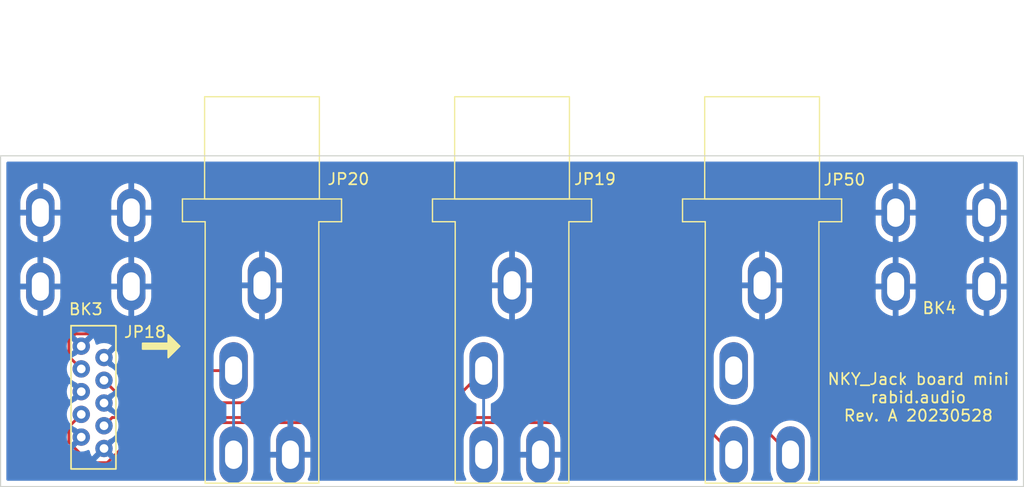
<source format=kicad_pcb>
(kicad_pcb (version 20211014) (generator pcbnew)
  (layers (0 "F.Cu" signal) (31 "B.Cu" signal) (34 "B.Paste" user) (35 "F.Paste" user) (36 "B.SilkS" user "B.Silkscreen") (37 "F.SilkS" user "F.Silkscreen") (38 "B.Mask" user) (39 "F.Mask" user) (44 "Edge.Cuts" user))
  (net 0 "")
  (net 1 "GND")
  (net 2 "Net-(JP18-Pad8)")
  (net 3 "Net-(JP20-PadT)")
  (net 4 "Net-(JP19-PadT)")
  (net 5 "Net-(JP50-PadT)")
  (footprint "components:screw-mount" (layer "F.Cu") (at 128.75 55)
    (fp_text reference "BK4" (at 3.85 8.4 unlocked) (layer "F.SilkS"))
    (fp_text value "ScrewMount")
    (pad "1" thru_hole oval locked (at 0 0) (size 2.5 4.2) (drill oval 1.5 2.5) (layers *.Cu *.Mask) (net 1 "GND"))
    (pad "1" thru_hole oval locked (at 8 6.5) (size 2.5 4.2) (drill oval 1.5 2.5) (layers *.Cu *.Mask) (net 1 "GND"))
    (pad "1" thru_hole oval locked (at 0 6.5) (size 2.5 4.2) (drill oval 1.5 2.5) (layers *.Cu *.Mask) (net 1 "GND"))
    (pad "1" thru_hole oval locked (at 8 0) (size 2.5 4.2) (drill oval 1.5 2.5) (layers *.Cu *.Mask) (net 1 "GND"))
  )
  (footprint "components:Jack 6.35mm PJ603" (layer "F.Cu") (at 117 66.5 -90)
    (fp_text reference "JP50" (at -14.4 -7.25) (layer "F.SilkS"))
    (fp_text value "HEADPHONES")
    (fp_line (start -12.7 7) (end -12.7 -7) (layer "F.SilkS") (width 0.12))
    (fp_line (start -12.7 7) (end -10.7 7) (layer "F.SilkS") (width 0.12))
    (fp_line (start 12.3 -5) (end 12.3 5) (layer "F.SilkS") (width 0.12))
    (fp_line (start -10.7 7) (end -10.7 5) (layer "F.SilkS") (width 0.12))
    (fp_line (start 12.3 5) (end -10.7 5) (layer "F.SilkS") (width 0.12))
    (fp_line (start -12.7 -7) (end -10.7 -7) (layer "F.SilkS") (width 0.12))
    (fp_line (start -10.7 -5) (end 12.3 -5) (layer "F.SilkS") (width 0.12))
    (fp_line (start -10.7 -7) (end -10.7 -5) (layer "F.SilkS") (width 0.12))
    (fp_rect (start -12.7 -5.05) (end -21.7 5.05) (layer "F.SilkS") (width 0.12) (fill none))
    (pad "G" thru_hole oval locked (at -5.1 0 270) (size 5 2.5) (drill oval 2.5 1.5) (layers *.Cu *.Mask) (net 1 "GND"))
    (pad "S" thru_hole oval locked (at 9.8 -2.5 270) (size 5 2.5) (drill oval 2.5 1.5) (layers *.Cu *.Mask) (net 2 "Net-(JP18-Pad8)"))
    (pad "T" thru_hole oval locked (at 9.8 2.5 270) (size 5 2.5) (drill oval 2.5 1.5) (layers *.Cu *.Mask) (net 5 "Net-(JP50-PadT)"))
    (pad "TN" thru_hole oval locked (at 2.4 2.5 270) (size 5 2.5) (drill oval 2.5 1.5) (layers *.Cu *.Mask))
  )
  (footprint "components:screw-mount" (layer "F.Cu") (at 53.5 55)
    (fp_text reference "BK3" (at 4 8.5 unlocked) (layer "F.SilkS"))
    (fp_text value "ScrewMount")
    (pad "1" thru_hole oval locked (at 8 6.5) (size 2.5 4.2) (drill oval 1.5 2.5) (layers *.Cu *.Mask) (net 1 "GND"))
    (pad "1" thru_hole oval locked (at 8 0) (size 2.5 4.2) (drill oval 1.5 2.5) (layers *.Cu *.Mask) (net 1 "GND"))
    (pad "1" thru_hole oval locked (at 0 6.5) (size 2.5 4.2) (drill oval 1.5 2.5) (layers *.Cu *.Mask) (net 1 "GND"))
    (pad "1" thru_hole oval locked (at 0 0) (size 2.5 4.2) (drill oval 1.5 2.5) (layers *.Cu *.Mask) (net 1 "GND"))
  )
  (footprint "components:Jack 6.35mm PJ603" (layer "F.Cu") (at 73 66.5 -90)
    (fp_text reference "JP20" (at -14.45 -7.6) (layer "F.SilkS"))
    (fp_text value "OUT1")
    (fp_line (start 12.3 -5) (end 12.3 5) (layer "F.SilkS") (width 0.12))
    (fp_line (start -10.7 -7) (end -10.7 -5) (layer "F.SilkS") (width 0.12))
    (fp_line (start -10.7 7) (end -10.7 5) (layer "F.SilkS") (width 0.12))
    (fp_line (start -12.7 7) (end -10.7 7) (layer "F.SilkS") (width 0.12))
    (fp_line (start -12.7 -7) (end -10.7 -7) (layer "F.SilkS") (width 0.12))
    (fp_line (start 12.3 5) (end -10.7 5) (layer "F.SilkS") (width 0.12))
    (fp_line (start -12.7 7) (end -12.7 -7) (layer "F.SilkS") (width 0.12))
    (fp_line (start -10.7 -5) (end 12.3 -5) (layer "F.SilkS") (width 0.12))
    (fp_rect (start -12.7 -5.05) (end -21.7 5.05) (layer "F.SilkS") (width 0.12) (fill none))
    (pad "G" thru_hole oval locked (at -5.1 0 270) (size 5 2.5) (drill oval 2.5 1.5) (layers *.Cu *.Mask) (net 1 "GND"))
    (pad "S" thru_hole oval locked (at 9.8 -2.5 270) (size 5 2.5) (drill oval 2.5 1.5) (layers *.Cu *.Mask) (net 1 "GND"))
    (pad "T" thru_hole oval locked (at 9.8 2.5 270) (size 5 2.5) (drill oval 2.5 1.5) (layers *.Cu *.Mask) (net 3 "Net-(JP20-PadT)"))
    (pad "TN" thru_hole oval locked (at 2.4 2.5 270) (size 5 2.5) (drill oval 2.5 1.5) (layers *.Cu *.Mask) (net 3 "Net-(JP20-PadT)"))
  )
  (footprint "components:HLW10S-2C7LF" (layer "F.Cu") (at 57.1 66.75)
    (fp_text reference "JP18" (at 5.6 -1.25 unlocked) (layer "F.SilkS"))
    (fp_text value "Conn_01x10")
    (pad "1" thru_hole circle (at 0 0) (size 1.524 1.524) (drill 0.762) (layers *.Cu *.Mask) (net 1 "GND"))
    (pad "2" thru_hole circle (at 2 1) (size 1.524 1.524) (drill 0.762) (layers *.Cu *.Mask) (net 1 "GND"))
    (pad "3" thru_hole circle (at 0 2) (size 1.524 1.524) (drill 0.762) (layers *.Cu *.Mask) (net 3 "Net-(JP20-PadT)"))
    (pad "4" thru_hole circle (at 2 3) (size 1.524 1.524) (drill 0.762) (layers *.Cu *.Mask) (net 4 "Net-(JP19-PadT)"))
    (pad "5" thru_hole circle (at 0 4) (size 1.524 1.524) (drill 0.762) (layers *.Cu *.Mask) (net 1 "GND"))
    (pad "6" thru_hole circle (at 2 5) (size 1.524 1.524) (drill 0.762) (layers *.Cu *.Mask) (net 1 "GND"))
    (pad "7" thru_hole circle (at 0 6) (size 1.524 1.524) (drill 0.762) (layers *.Cu *.Mask) (net 5 "Net-(JP50-PadT)"))
    (pad "8" thru_hole circle (at 2 7) (size 1.524 1.524) (drill 0.762) (layers *.Cu *.Mask) (net 2 "Net-(JP18-Pad8)"))
    (pad "9" thru_hole circle (at 0 8) (size 1.524 1.524) (drill 0.762) (layers *.Cu *.Mask) (net 1 "GND"))
    (pad "10" thru_hole circle (at 2 9) (size 1.524 1.524) (drill 0.762) (layers *.Cu *.Mask) (net 1 "GND"))
  )
  (footprint "components:Jack 6.35mm PJ603" (layer "F.Cu") (at 95 66.5 -90)
    (fp_text reference "JP19" (at -14.45 -7.3) (layer "F.SilkS"))
    (fp_text value "OUT2")
    (fp_line (start -10.7 -5) (end 12.3 -5) (layer "F.SilkS") (width 0.12))
    (fp_line (start -12.7 7) (end -10.7 7) (layer "F.SilkS") (width 0.12))
    (fp_line (start -12.7 -7) (end -10.7 -7) (layer "F.SilkS") (width 0.12))
    (fp_line (start 12.3 5) (end -10.7 5) (layer "F.SilkS") (width 0.12))
    (fp_line (start 12.3 -5) (end 12.3 5) (layer "F.SilkS") (width 0.12))
    (fp_line (start -10.7 7) (end -10.7 5) (layer "F.SilkS") (width 0.12))
    (fp_line (start -12.7 7) (end -12.7 -7) (layer "F.SilkS") (width 0.12))
    (fp_line (start -10.7 -7) (end -10.7 -5) (layer "F.SilkS") (width 0.12))
    (fp_rect (start -12.7 -5.05) (end -21.7 5.05) (layer "F.SilkS") (width 0.12) (fill none))
    (pad "G" thru_hole oval locked (at -5.1 0 270) (size 5 2.5) (drill oval 2.5 1.5) (layers *.Cu *.Mask) (net 1 "GND"))
    (pad "S" thru_hole oval locked (at 9.8 -2.5 270) (size 5 2.5) (drill oval 2.5 1.5) (layers *.Cu *.Mask) (net 1 "GND"))
    (pad "T" thru_hole oval locked (at 9.8 2.5 270) (size 5 2.5) (drill oval 2.5 1.5) (layers *.Cu *.Mask) (net 4 "Net-(JP19-PadT)"))
    (pad "TN" thru_hole oval locked (at 2.4 2.5 270) (size 5 2.5) (drill oval 2.5 1.5) (layers *.Cu *.Mask) (net 4 "Net-(JP19-PadT)"))
  )
  (gr_rect (start 60.15 64.95) (end 56.2 77.55) (layer "F.SilkS") (width 0.15) (fill none))
  (gr_poly (pts (xy 65.75 66.75) (xy 64.75 67.75) (xy 64.75 67) (xy 62.5 67) (xy 62.5 66.5) (xy 64.75 66.5) (xy 64.75 65.75)) (layer "F.SilkS") (width 0.15) (fill solid))
  (gr_rect (start 50 50) (end 140 79.1) (layer "Edge.Cuts") (width 0.1) (fill none))
  (gr_text "NKY_Jack board mini\nrabid.audio\nRev. A 20230528" (at 130.75 71.25) (layer "F.SilkS") (effects (font (size 1 1))))
  (segment (start 59.825 73.025) (end 59.1 73.75) (width 0.25) (layer "F.Cu") (net 2))
  (segment (start 116.225 73.025) (end 59.825 73.025) (width 0.25) (layer "F.Cu") (net 2))
  (segment (start 119.5 76.3) (end 116.225 73.025) (width 0.25) (layer "F.Cu") (net 2))
  (segment (start 60.163 65.663) (end 63.4 68.9) (width 0.25) (layer "F.Cu") (net 3))
  (segment (start 56.013 67.663) (end 56.013 66.237) (width 0.25) (layer "F.Cu") (net 3))
  (segment (start 57.1 68.75) (end 56.013 67.663) (width 0.25) (layer "F.Cu") (net 3))
  (segment (start 56.013 66.237) (end 56.587 65.663) (width 0.25) (layer "F.Cu") (net 3))
  (segment (start 56.587 65.663) (end 60.163 65.663) (width 0.25) (layer "F.Cu") (net 3))
  (segment (start 63.4 68.9) (end 70.5 68.9) (width 0.25) (layer "F.Cu") (net 3))
  (segment (start 70.5 68.9) (end 70.5 76.3) (width 0.25) (layer "B.Cu") (net 3))
  (segment (start 89.675 71.725) (end 92.5 68.9) (width 0.25) (layer "F.Cu") (net 4))
  (segment (start 59.1 69.75) (end 61.075 71.725) (width 0.25) (layer "F.Cu") (net 4))
  (segment (start 61.075 71.725) (end 89.675 71.725) (width 0.25) (layer "F.Cu") (net 4))
  (segment (start 92.5 68.9) (end 92.5 76.3) (width 0.25) (layer "B.Cu") (net 4))
  (segment (start 56.013 73.837) (end 57.1 72.75) (width 0.25) (layer "F.Cu") (net 5))
  (segment (start 62.912251 73.475) (end 59.387251 77) (width 0.25) (layer "F.Cu") (net 5))
  (segment (start 57.812749 77) (end 56.013 75.200251) (width 0.25) (layer "F.Cu") (net 5))
  (segment (start 59.387251 77) (end 57.812749 77) (width 0.25) (layer "F.Cu") (net 5))
  (segment (start 111.675 73.475) (end 62.912251 73.475) (width 0.25) (layer "F.Cu") (net 5))
  (segment (start 56.013 75.200251) (end 56.013 73.837) (width 0.25) (layer "F.Cu") (net 5))
  (segment (start 114.5 76.3) (end 111.675 73.475) (width 0.25) (layer "F.Cu") (net 5))
  (zone (net 1) (net_name "GND") (layer "B.Cu") (connect_pads (clearance 0.508)) (min_thickness 0.254) (fill yes (thermal_gap 0.508) (thermal_bridge_width 0.508))
    (polygon (pts (xy 139.75 78.75) (xy 50.25 78.75) (xy 50.25 50.25) (xy 139.75 50.25)))
  )
)
</source>
